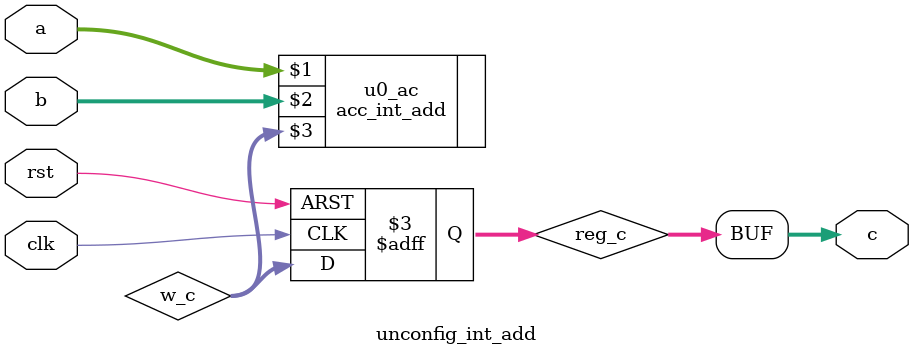
<source format=v>
`timescale 1ns/1ps

module unconfig_int_add(
 clk,
 rst,
 a,
 b,
 c
);

//parameter BT_RND = 0
parameter BWOP = 32;
input clk;
input rst;
input [BWOP-1:0] a;
input [BWOP-1:0] b;
output [BWOP-1:0] c;

reg [BWOP-1:0]  reg_c;
wire [BWOP-1:0]  w_c;

acc_int_add #(BWOP) u0_ac (a, b, w_c);

always @(posedge clk or negedge rst)
begin
  if (~rst)
  begin
    reg_c <= #1 0;
  end
  else 
  begin
    reg_c <= #1 w_c;
  end
end

assign c = reg_c;

endmodule


</source>
